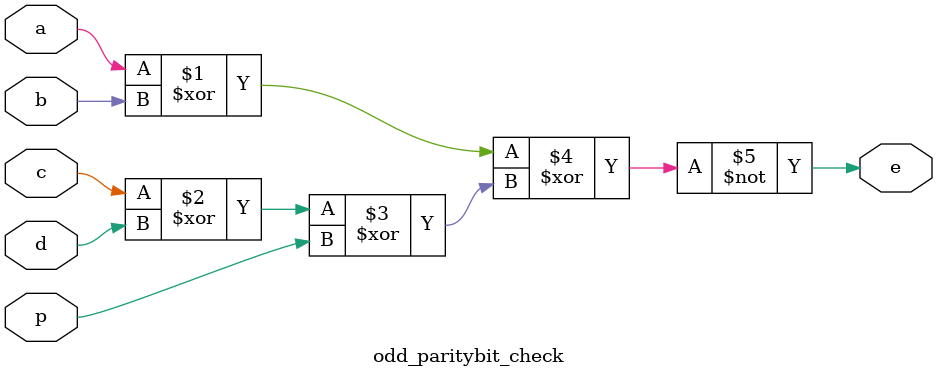
<source format=v>
`timescale 1ns / 1ps

//////////////////////////////////////////////////////////////////////////////////


module odd_paritybit_check(
input a,
input b,
input c,
input d,
input p,
output e
    );
    assign e=~((a^b)^((c^d)^p)); 
endmodule

</source>
